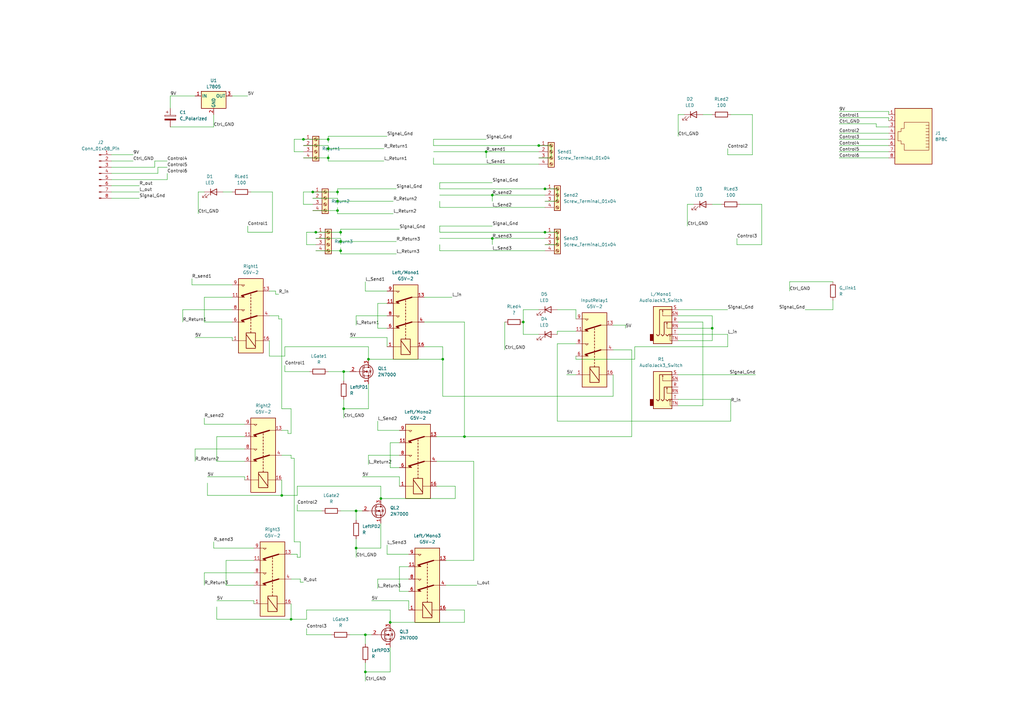
<source format=kicad_sch>
(kicad_sch (version 20230121) (generator eeschema)
  (paper "A3")
  (lib_symbols
    (symbol "Connector:8P8C" (pin_names (offset 1.016))
      (property "Reference" "J" (at -5.08 13.97 0))
      (property "Value" "8P8C" (at 2.54 13.97 0))
      (symbol "8P8C_0_1"
        (polyline (pts (xy -5.08 4.445) (xy -6.35 4.445)))
        (polyline (pts (xy -5.08 5.715) (xy -6.35 5.715)))
        (polyline (pts (xy -6.35 -3.175) (xy -5.08 -3.175) (xy -5.08 -3.175)))
        (polyline (pts (xy -6.35 -1.905) (xy -5.08 -1.905) (xy -5.08 -1.905)))
        (polyline (pts (xy -6.35 -0.635) (xy -5.08 -0.635) (xy -5.08 -0.635)))
        (polyline (pts (xy -6.35 0.635) (xy -5.08 0.635) (xy -5.08 0.635)))
        (polyline (pts (xy -6.35 1.905) (xy -5.08 1.905) (xy -5.08 1.905)))
        (polyline (pts (xy -5.08 3.175) (xy -6.35 3.175) (xy -6.35 3.175)))
        (polyline (pts (xy -6.35 -4.445) (xy -6.35 6.985) (xy 3.81 6.985) (xy 3.81 4.445) (xy 5.08 4.445) (xy 5.08 3.175) (xy 6.35 3.175) (xy 6.35 -0.635) (xy 5.08 -0.635) (xy 5.08 -1.905) (xy 3.81 -1.905) (xy 3.81 -4.445) (xy -6.35 -4.445) (xy -6.35 -4.445)))
        (rectangle (start 7.62 12.7) (end -7.62 -10.16) (stroke (width 0.254)) (fill (type background)))
      )
      (symbol "8P8C_1_1"
        (pin passive line (at 10.16 -7.62 180) (length 2.54) (name "~") (number "1"))
        (pin passive line (at 10.16 -5.08 180) (length 2.54) (name "~") (number "2"))
        (pin passive line (at 10.16 -2.54 180) (length 2.54) (name "~") (number "3"))
        (pin passive line (at 10.16 0 180) (length 2.54) (name "~") (number "4"))
        (pin passive line (at 10.16 2.54 180) (length 2.54) (name "~") (number "5"))
        (pin passive line (at 10.16 5.08 180) (length 2.54) (name "~") (number "6"))
        (pin passive line (at 10.16 7.62 180) (length 2.54) (name "~") (number "7"))
        (pin passive line (at 10.16 10.16 180) (length 2.54) (name "~") (number "8"))
      )
    )
    (symbol "Connector:Conn_01x08_Pin" (pin_names (offset 1.016) hide)
      (property "Reference" "J" (at 0 10.16 0))
      (property "Value" "Conn_01x08_Pin" (at 0 -12.7 0))
      (symbol "Conn_01x08_Pin_1_1"
        (polyline (pts (xy 1.27 -10.16) (xy 0.8636 -10.16)) (stroke (width 0.1524)))
        (polyline (pts (xy 1.27 -7.62) (xy 0.8636 -7.62)) (stroke (width 0.1524)))
        (polyline (pts (xy 1.27 -5.08) (xy 0.8636 -5.08)) (stroke (width 0.1524)))
        (polyline (pts (xy 1.27 -2.54) (xy 0.8636 -2.54)) (stroke (width 0.1524)))
        (polyline (pts (xy 1.27 0) (xy 0.8636 0)) (stroke (width 0.1524)))
        (polyline (pts (xy 1.27 2.54) (xy 0.8636 2.54)) (stroke (width 0.1524)))
        (polyline (pts (xy 1.27 5.08) (xy 0.8636 5.08)) (stroke (width 0.1524)))
        (polyline (pts (xy 1.27 7.62) (xy 0.8636 7.62)) (stroke (width 0.1524)))
        (rectangle (start 0.8636 -10.033) (end 0 -10.287) (stroke (width 0.1524)) (fill (type outline)))
        (rectangle (start 0.8636 -7.493) (end 0 -7.747) (stroke (width 0.1524)) (fill (type outline)))
        (rectangle (start 0.8636 -4.953) (end 0 -5.207) (stroke (width 0.1524)) (fill (type outline)))
        (rectangle (start 0.8636 -2.413) (end 0 -2.667) (stroke (width 0.1524)) (fill (type outline)))
        (rectangle (start 0.8636 0.127) (end 0 -0.127) (stroke (width 0.1524)) (fill (type outline)))
        (rectangle (start 0.8636 2.667) (end 0 2.413) (stroke (width 0.1524)) (fill (type outline)))
        (rectangle (start 0.8636 5.207) (end 0 4.953) (stroke (width 0.1524)) (fill (type outline)))
        (rectangle (start 0.8636 7.747) (end 0 7.493) (stroke (width 0.1524)) (fill (type outline)))
        (pin passive line (at 5.08 7.62 180) (length 3.81) (name "Pin_1") (number "1"))
        (pin passive line (at 5.08 5.08 180) (length 3.81) (name "Pin_2") (number "2"))
        (pin passive line (at 5.08 2.54 180) (length 3.81) (name "Pin_3") (number "3"))
        (pin passive line (at 5.08 0 180) (length 3.81) (name "Pin_4") (number "4"))
        (pin passive line (at 5.08 -2.54 180) (length 3.81) (name "Pin_5") (number "5"))
        (pin passive line (at 5.08 -5.08 180) (length 3.81) (name "Pin_6") (number "6"))
        (pin passive line (at 5.08 -7.62 180) (length 3.81) (name "Pin_7") (number "7"))
        (pin passive line (at 5.08 -10.16 180) (length 3.81) (name "Pin_8") (number "8"))
      )
    )
    (symbol "Connector:Screw_Terminal_01x04" (pin_names (offset 1.016) hide)
      (property "Reference" "J" (at 0 5.08 0))
      (property "Value" "Screw_Terminal_01x04" (at 0 -7.62 0))
      (symbol "Screw_Terminal_01x04_1_1"
        (rectangle (start -1.27 3.81) (end 1.27 -6.35) (stroke (width 0.254)) (fill (type background)))
        (circle (center 0 -5.08) (radius 0.635) (stroke (width 0.1524)))
        (circle (center 0 -2.54) (radius 0.635) (stroke (width 0.1524)))
        (polyline (pts (xy -0.5334 -4.7498) (xy 0.3302 -5.588)) (stroke (width 0.1524)))
        (polyline (pts (xy -0.5334 -2.2098) (xy 0.3302 -3.048)) (stroke (width 0.1524)))
        (polyline (pts (xy -0.5334 0.3302) (xy 0.3302 -0.508)) (stroke (width 0.1524)))
        (polyline (pts (xy -0.5334 2.8702) (xy 0.3302 2.032)) (stroke (width 0.1524)))
        (polyline (pts (xy -0.3556 -4.572) (xy 0.508 -5.4102)) (stroke (width 0.1524)))
        (polyline (pts (xy -0.3556 -2.032) (xy 0.508 -2.8702)) (stroke (width 0.1524)))
        (polyline (pts (xy -0.3556 0.508) (xy 0.508 -0.3302)) (stroke (width 0.1524)))
        (polyline (pts (xy -0.3556 3.048) (xy 0.508 2.2098)) (stroke (width 0.1524)))
        (circle (center 0 0) (radius 0.635) (stroke (width 0.1524)))
        (circle (center 0 2.54) (radius 0.635) (stroke (width 0.1524)))
        (pin passive line (at -5.08 2.54 0) (length 3.81) (name "Pin_1") (number "1"))
        (pin passive line (at -5.08 0 0) (length 3.81) (name "Pin_2") (number "2"))
        (pin passive line (at -5.08 -2.54 0) (length 3.81) (name "Pin_3") (number "3"))
        (pin passive line (at -5.08 -5.08 0) (length 3.81) (name "Pin_4") (number "4"))
      )
    )
    (symbol "Connector_Audio:AudioJack3_Switch"
      (property "Reference" "J" (at 0 11.43 0))
      (property "Value" "AudioJack3_Switch" (at 0 8.89 0))
      (symbol "AudioJack3_Switch_0_1"
        (rectangle (start -5.08 -5.08) (end -6.35 -7.62) (stroke (width 0.254)) (fill (type outline)))
        (polyline (pts (xy -1.27 4.826) (xy -1.016 4.318)))
        (polyline (pts (xy 0.508 -0.254) (xy 0.762 -0.762)))
        (polyline (pts (xy 1.778 -5.334) (xy 2.032 -5.842)))
        (polyline (pts (xy 0 -5.08) (xy 0.635 -5.715) (xy 1.27 -5.08) (xy 2.54 -5.08)) (stroke (width 0.254)))
        (polyline (pts (xy 2.54 -7.62) (xy 1.778 -7.62) (xy 1.778 -5.334) (xy 1.524 -5.842)))
        (polyline (pts (xy 2.54 -2.54) (xy 0.508 -2.54) (xy 0.508 -0.254) (xy 0.254 -0.762)))
        (polyline (pts (xy 2.54 2.54) (xy -1.27 2.54) (xy -1.27 4.826) (xy -1.524 4.318)))
        (polyline (pts (xy -1.905 -5.08) (xy -1.27 -5.715) (xy -0.635 -5.08) (xy -0.635 0) (xy 2.54 0)) (stroke (width 0.254)))
        (polyline (pts (xy 2.54 5.08) (xy -2.54 5.08) (xy -2.54 -5.08) (xy -3.175 -5.715) (xy -3.81 -5.08)) (stroke (width 0.254)))
        (rectangle (start 2.54 6.35) (end -5.08 -8.89) (stroke (width 0.254)) (fill (type background)))
      )
      (symbol "AudioJack3_Switch_1_1"
        (pin passive line (at 5.08 0 180) (length 2.54) (name "~") (number "R"))
        (pin passive line (at 5.08 -2.54 180) (length 2.54) (name "~") (number "RN"))
        (pin passive line (at 5.08 5.08 180) (length 2.54) (name "~") (number "S"))
        (pin passive line (at 5.08 2.54 180) (length 2.54) (name "~") (number "SN"))
        (pin passive line (at 5.08 -5.08 180) (length 2.54) (name "~") (number "T"))
        (pin passive line (at 5.08 -7.62 180) (length 2.54) (name "~") (number "TN"))
      )
    )
    (symbol "Device:C_Polarized" (pin_numbers hide) (pin_names (offset 0.254))
      (property "Reference" "C" (at 0.635 2.54 0))
      (property "Value" "C_Polarized" (at 0.635 -2.54 0))
      (symbol "C_Polarized_0_1"
        (rectangle (start -2.286 0.508) (end 2.286 1.016))
        (polyline (pts (xy -1.778 2.286) (xy -0.762 2.286)))
        (polyline (pts (xy -1.27 2.794) (xy -1.27 1.778)))
        (rectangle (start 2.286 -0.508) (end -2.286 -1.016) (fill (type outline)))
      )
      (symbol "C_Polarized_1_1"
        (pin passive line (at 0 3.81 270) (length 2.794) (name "~") (number "1"))
        (pin passive line (at 0 -3.81 90) (length 2.794) (name "~") (number "2"))
      )
    )
    (symbol "Device:LED" (pin_numbers hide) (pin_names (offset 1.016) hide)
      (property "Reference" "D" (at 0 2.54 0))
      (property "Value" "LED" (at 0 -2.54 0))
      (symbol "LED_0_1"
        (polyline (pts (xy -1.27 -1.27) (xy -1.27 1.27)) (stroke (width 0.254)))
        (polyline (pts (xy -1.27 0) (xy 1.27 0)))
        (polyline (pts (xy 1.27 -1.27) (xy 1.27 1.27) (xy -1.27 0) (xy 1.27 -1.27)) (stroke (width 0.254)))
        (polyline (pts (xy -3.048 -0.762) (xy -4.572 -2.286) (xy -3.81 -2.286) (xy -4.572 -2.286) (xy -4.572 -1.524)))
        (polyline (pts (xy -1.778 -0.762) (xy -3.302 -2.286) (xy -2.54 -2.286) (xy -3.302 -2.286) (xy -3.302 -1.524)))
      )
      (symbol "LED_1_1"
        (pin passive line (at -3.81 0 0) (length 2.54) (name "K") (number "1"))
        (pin passive line (at 3.81 0 180) (length 2.54) (name "A") (number "2"))
      )
    )
    (symbol "Device:R" (pin_numbers hide) (pin_names (offset 0))
      (property "Reference" "R" (at 2.032 0 90))
      (property "Value" "R" (at 0 0 90))
      (symbol "R_0_1"
        (rectangle (start -1.016 -2.54) (end 1.016 2.54) (stroke (width 0.254)))
      )
      (symbol "R_1_1"
        (pin passive line (at 0 3.81 270) (length 1.27) (name "~") (number "1"))
        (pin passive line (at 0 -3.81 90) (length 1.27) (name "~") (number "2"))
      )
    )
    (symbol "Regulator_Linear:L7805" (pin_names (offset 0.254))
      (property "Reference" "U" (at -3.81 3.175 0))
      (property "Value" "L7805" (at 0 3.175 0))
      (symbol "L7805_0_1"
        (rectangle (start -5.08 1.905) (end 5.08 -5.08) (stroke (width 0.254)) (fill (type background)))
      )
      (symbol "L7805_1_1"
        (pin power_in line (at -7.62 0 0) (length 2.54) (name "IN") (number "1"))
        (pin power_in line (at 0 -7.62 90) (length 2.54) (name "GND") (number "2"))
        (pin power_out line (at 7.62 0 180) (length 2.54) (name "OUT") (number "3"))
      )
    )
    (symbol "Relay:G5V-2"
      (property "Reference" "K" (at 16.51 3.81 0))
      (property "Value" "G5V-2" (at 16.51 1.27 0))
      (symbol "G5V-2_0_1"
        (rectangle (start -15.24 5.08) (end 15.24 -5.08) (stroke (width 0.254)) (fill (type background)))
        (rectangle (start -13.335 1.905) (end -6.985 -1.905) (stroke (width 0.254)))
        (polyline (pts (xy -12.7 -1.905) (xy -7.62 1.905)) (stroke (width 0.254)))
        (polyline (pts (xy -10.16 -5.08) (xy -10.16 -1.905)))
        (polyline (pts (xy -10.16 5.08) (xy -10.16 1.905)))
        (polyline (pts (xy -6.985 0) (xy -6.35 0)) (stroke (width 0.254)))
        (polyline (pts (xy -5.715 0) (xy -5.08 0)) (stroke (width 0.254)))
        (polyline (pts (xy -4.445 0) (xy -3.81 0)) (stroke (width 0.254)))
        (polyline (pts (xy -3.175 0) (xy -2.54 0)) (stroke (width 0.254)))
        (polyline (pts (xy -1.905 0) (xy -1.27 0)) (stroke (width 0.254)))
        (polyline (pts (xy -0.635 0) (xy 0 0)) (stroke (width 0.254)))
        (polyline (pts (xy 0 -2.54) (xy -1.905 3.81)) (stroke (width 0.508)))
        (polyline (pts (xy 0 -2.54) (xy 0 -5.08)))
        (polyline (pts (xy 0.635 0) (xy 1.27 0)) (stroke (width 0.254)))
        (polyline (pts (xy 1.905 0) (xy 2.54 0)) (stroke (width 0.254)))
        (polyline (pts (xy 3.175 0) (xy 3.81 0)) (stroke (width 0.254)))
        (polyline (pts (xy 4.445 0) (xy 5.08 0)) (stroke (width 0.254)))
        (polyline (pts (xy 5.715 0) (xy 6.35 0)) (stroke (width 0.254)))
        (polyline (pts (xy 6.985 0) (xy 7.62 0)) (stroke (width 0.254)))
        (polyline (pts (xy 8.255 0) (xy 8.89 0)) (stroke (width 0.254)))
        (polyline (pts (xy 10.16 -2.54) (xy 8.255 3.81)) (stroke (width 0.508)))
        (polyline (pts (xy 10.16 -2.54) (xy 10.16 -5.08)))
        (polyline (pts (xy -2.54 5.08) (xy -2.54 2.54) (xy -1.905 3.175) (xy -2.54 3.81)) (fill (type outline)))
        (polyline (pts (xy 2.54 5.08) (xy 2.54 2.54) (xy 1.905 3.175) (xy 2.54 3.81)))
        (polyline (pts (xy 7.62 5.08) (xy 7.62 2.54) (xy 8.255 3.175) (xy 7.62 3.81)) (fill (type outline)))
        (polyline (pts (xy 12.7 5.08) (xy 12.7 2.54) (xy 12.065 3.175) (xy 12.7 3.81)))
      )
      (symbol "G5V-2_1_1"
        (pin passive line (at -10.16 7.62 270) (length 2.54) (name "~") (number "1"))
        (pin passive line (at 7.62 7.62 270) (length 2.54) (name "~") (number "11"))
        (pin passive line (at 10.16 -7.62 90) (length 2.54) (name "~") (number "13"))
        (pin passive line (at -10.16 -7.62 90) (length 2.54) (name "~") (number "16"))
        (pin passive line (at 0 -7.62 90) (length 2.54) (name "~") (number "4"))
        (pin passive line (at -2.54 7.62 270) (length 2.54) (name "~") (number "6"))
        (pin passive line (at 2.54 7.62 270) (length 2.54) (name "~") (number "8"))
        (pin passive line (at 12.7 7.62 270) (length 2.54) (name "~") (number "9"))
      )
    )
    (symbol "Transistor_FET:2N7000" (pin_names hide)
      (property "Reference" "Q" (at 5.08 1.905 0))
      (property "Value" "2N7000" (at 5.08 0 0))
      (symbol "2N7000_0_1"
        (polyline (pts (xy 0.254 0) (xy -2.54 0)))
        (polyline (pts (xy 0.254 1.905) (xy 0.254 -1.905)) (stroke (width 0.254)))
        (polyline (pts (xy 0.762 -1.27) (xy 0.762 -2.286)) (stroke (width 0.254)))
        (polyline (pts (xy 0.762 0.508) (xy 0.762 -0.508)) (stroke (width 0.254)))
        (polyline (pts (xy 0.762 2.286) (xy 0.762 1.27)) (stroke (width 0.254)))
        (polyline (pts (xy 2.54 2.54) (xy 2.54 1.778)))
        (polyline (pts (xy 2.54 -2.54) (xy 2.54 0) (xy 0.762 0)))
        (polyline (pts (xy 0.762 -1.778) (xy 3.302 -1.778) (xy 3.302 1.778) (xy 0.762 1.778)))
        (polyline (pts (xy 1.016 0) (xy 2.032 0.381) (xy 2.032 -0.381) (xy 1.016 0)) (fill (type outline)))
        (polyline (pts (xy 2.794 0.508) (xy 2.921 0.381) (xy 3.683 0.381) (xy 3.81 0.254)))
        (polyline (pts (xy 3.302 0.381) (xy 2.921 -0.254) (xy 3.683 -0.254) (xy 3.302 0.381)))
        (circle (center 1.651 0) (radius 2.794) (stroke (width 0.254)))
        (circle (center 2.54 -1.778) (radius 0.254) (fill (type outline)))
        (circle (center 2.54 1.778) (radius 0.254) (fill (type outline)))
      )
      (symbol "2N7000_1_1"
        (pin passive line (at 2.54 -5.08 90) (length 2.54) (name "S") (number "1"))
        (pin input line (at -5.08 0 0) (length 2.54) (name "G") (number "2"))
        (pin passive line (at 2.54 5.08 270) (length 2.54) (name "D") (number "3"))
      )
    )
  )
  (junction (at 151.13 147.32))
  (junction (at 220.98 59.69))
  (junction (at 138.43 86.36))
  (junction (at 199.39 62.23))
  (junction (at 139.7 95.25))
  (junction (at 223.52 95.25))
  (junction (at 115.57 203.2))
  (junction (at 139.7 99.06))
  (junction (at 138.43 78.74))
  (junction (at 124.46 57.15))
  (junction (at 128.27 78.74))
  (junction (at 160.02 255.27))
  (junction (at 292.1 134.62))
  (junction (at 181.61 147.32))
  (junction (at 134.62 64.77))
  (junction (at 129.54 95.25))
  (junction (at 119.38 254))
  (junction (at 149.86 275.59))
  (junction (at 140.97 152.4))
  (junction (at 139.7 102.87))
  (junction (at 134.62 57.15))
  (junction (at 146.05 224.79))
  (junction (at 138.43 82.55))
  (junction (at 201.93 80.01))
  (junction (at 140.97 167.64))
  (junction (at 190.5 179.07))
  (junction (at 223.52 77.47))
  (junction (at 134.62 60.96))
  (junction (at 149.86 260.35))
  (junction (at 156.21 204.47))
  (junction (at 201.93 97.79))
  (junction (at 146.05 209.55))
  (junction (at 214.63 132.08))
  (wire (pts (xy 359.41 52.07) (xy 364.49 52.07)))
  (wire (pts (xy 134.62 55.88) (xy 158.75 55.88)))
  (wire (pts (xy 154.94 241.3) (xy 154.94 237.49)))
  (wire (pts (xy 156.21 204.47) (xy 156.21 199.39)))
  (wire (pts (xy 101.6 95.25) (xy 111.76 95.25)))
  (wire (pts (xy 138.43 78.74) (xy 128.27 78.74)))
  (wire (pts (xy 302.26 97.79) (xy 302.26 100.33)))
  (wire (pts (xy 140.97 152.4) (xy 140.97 156.21)))
  (wire (pts (xy 256.54 133.35) (xy 256.54 134.62)))
  (wire (pts (xy 116.84 152.4) (xy 127 152.4)))
  (wire (pts (xy 182.88 240.03) (xy 195.58 240.03)))
  (wire (pts (xy 292.1 139.7) (xy 292.1 134.62)))
  (wire (pts (xy 83.82 234.95) (xy 104.14 234.95)))
  (wire (pts (xy 125.73 250.19) (xy 125.73 254)))
  (wire (pts (xy 146.05 209.55) (xy 148.59 209.55)))
  (wire (pts (xy 236.22 147.32) (xy 260.35 147.32)))
  (wire (pts (xy 344.17 59.69) (xy 364.49 59.69)))
  (wire (pts (xy 139.7 102.87) (xy 139.7 104.14)))
  (wire (pts (xy 113.03 119.38) (xy 113.03 120.65)))
  (wire (pts (xy 154.94 237.49) (xy 167.64 237.49)))
  (wire (pts (xy 299.72 46.99) (xy 308.61 46.99)))
  (wire (pts (xy 223.52 82.55) (xy 228.6 82.55)))
  (wire (pts (xy 154.94 124.46) (xy 158.75 124.46)))
  (wire (pts (xy 68.58 73.66) (xy 68.58 71.12)))
  (wire (pts (xy 143.51 138.43) (xy 158.75 138.43)))
  (wire (pts (xy 119.38 186.69) (xy 119.38 187.96)))
  (wire (pts (xy 69.85 39.37) (xy 69.85 44.45)))
  (wire (pts (xy 116.84 149.86) (xy 116.84 152.4)))
  (wire (pts (xy 83.82 78.74) (xy 81.28 78.74)))
  (wire (pts (xy 251.46 143.51) (xy 259.08 143.51)))
  (wire (pts (xy 120.65 222.25) (xy 123.19 222.25)))
  (wire (pts (xy 139.7 93.98) (xy 139.7 95.25)))
  (wire (pts (xy 139.7 104.14) (xy 162.56 104.14)))
  (wire (pts (xy 228.6 172.72) (xy 299.72 172.72)))
  (wire (pts (xy 163.83 232.41) (xy 167.64 232.41)))
  (wire (pts (xy 139.7 95.25) (xy 129.54 95.25)))
  (wire (pts (xy 292.1 83.82) (xy 295.91 83.82)))
  (wire (pts (xy 284.48 83.82) (xy 281.94 83.82)))
  (wire (pts (xy 124.46 59.69) (xy 134.62 59.69)))
  (wire (pts (xy 228.6 77.47) (xy 228.6 82.55)))
  (wire (pts (xy 104.14 224.79) (xy 87.63 224.79)))
  (wire (pts (xy 177.8 67.31) (xy 177.8 64.77)))
  (wire (pts (xy 160.02 191.77) (xy 160.02 181.61)))
  (wire (pts (xy 180.34 102.87) (xy 180.34 100.33)))
  (wire (pts (xy 124.46 83.82) (xy 124.46 78.74)))
  (wire (pts (xy 190.5 255.27) (xy 190.5 250.19)))
  (wire (pts (xy 298.45 142.24) (xy 298.45 137.16)))
  (wire (pts (xy 278.13 46.99) (xy 278.13 55.88)))
  (wire (pts (xy 138.43 77.47) (xy 162.56 77.47)))
  (wire (pts (xy 160.02 265.43) (xy 160.02 275.59)))
  (wire (pts (xy 292.1 134.62) (xy 292.1 129.54)))
  (wire (pts (xy 190.5 179.07) (xy 190.5 132.08)))
  (wire (pts (xy 121.92 209.55) (xy 132.08 209.55)))
  (wire (pts (xy 138.43 82.55) (xy 161.29 82.55)))
  (wire (pts (xy 45.72 63.5) (xy 54.61 63.5)))
  (wire (pts (xy 154.94 176.53) (xy 154.94 172.72)))
  (wire (pts (xy 121.92 207.01) (xy 121.92 209.55)))
  (wire (pts (xy 134.62 63.5) (xy 134.62 64.77)))
  (wire (pts (xy 138.43 78.74) (xy 138.43 80.01)))
  (wire (pts (xy 146.05 133.35) (xy 146.05 129.54)))
  (wire (pts (xy 116.84 142.24) (xy 116.84 146.05)))
  (wire (pts (xy 83.82 173.99) (xy 83.82 171.45)))
  (wire (pts (xy 134.62 59.69) (xy 134.62 60.96)))
  (wire (pts (xy 182.88 250.19) (xy 190.5 250.19)))
  (wire (pts (xy 114.3 129.54) (xy 114.3 130.81)))
  (wire (pts (xy 299.72 163.83) (xy 299.72 172.72)))
  (wire (pts (xy 223.52 77.47) (xy 228.6 77.47)))
  (wire (pts (xy 228.6 95.25) (xy 228.6 100.33)))
  (wire (pts (xy 292.1 129.54) (xy 278.13 129.54)))
  (wire (pts (xy 228.6 135.89) (xy 236.22 135.89)))
  (wire (pts (xy 152.4 246.38) (xy 167.64 246.38)))
  (wire (pts (xy 88.9 254) (xy 119.38 254)))
  (wire (pts (xy 220.98 137.16) (xy 214.63 137.16)))
  (wire (pts (xy 81.28 78.74) (xy 81.28 87.63)))
  (wire (pts (xy 125.73 257.81) (xy 125.73 260.35)))
  (wire (pts (xy 140.97 167.64) (xy 140.97 171.45)))
  (wire (pts (xy 134.62 60.96) (xy 157.48 60.96)))
  (wire (pts (xy 121.92 203.2) (xy 115.57 203.2)))
  (wire (pts (xy 180.34 92.71) (xy 180.34 95.25)))
  (wire (pts (xy 323.85 119.38) (xy 323.85 115.57)))
  (wire (pts (xy 101.6 92.71) (xy 101.6 95.25)))
  (wire (pts (xy 251.46 153.67) (xy 251.46 162.56)))
  (wire (pts (xy 138.43 83.82) (xy 138.43 82.55)))
  (wire (pts (xy 163.83 242.57) (xy 163.83 232.41)))
  (wire (pts (xy 74.93 132.08) (xy 74.93 127)))
  (wire (pts (xy 228.6 172.72) (xy 228.6 140.97)))
  (wire (pts (xy 138.43 86.36) (xy 128.27 86.36)))
  (wire (pts (xy 278.13 127) (xy 298.45 127)))
  (wire (pts (xy 199.39 64.77) (xy 199.39 62.23)))
  (wire (pts (xy 151.13 147.32) (xy 151.13 142.24)))
  (wire (pts (xy 180.34 85.09) (xy 223.52 85.09)))
  (wire (pts (xy 298.45 60.96) (xy 298.45 63.5)))
  (wire (pts (xy 134.62 64.77) (xy 134.62 66.04)))
  (wire (pts (xy 148.59 195.58) (xy 163.83 195.58)))
  (wire (pts (xy 95.25 132.08) (xy 83.82 132.08)))
  (wire (pts (xy 173.99 132.08) (xy 190.5 132.08)))
  (wire (pts (xy 138.43 87.63) (xy 161.29 87.63)))
  (wire (pts (xy 114.3 130.81) (xy 115.57 130.81)))
  (wire (pts (xy 134.62 62.23) (xy 134.62 60.96)))
  (wire (pts (xy 119.38 237.49) (xy 123.19 237.49)))
  (wire (pts (xy 344.17 57.15) (xy 364.49 57.15)))
  (wire (pts (xy 78.74 116.84) (xy 78.74 114.3)))
  (wire (pts (xy 120.65 57.15) (xy 124.46 57.15)))
  (wire (pts (xy 74.93 127) (xy 95.25 127)))
  (wire (pts (xy 110.49 129.54) (xy 114.3 129.54)))
  (wire (pts (xy 95.25 39.37) (xy 101.6 39.37)))
  (wire (pts (xy 173.99 142.24) (xy 181.61 142.24)))
  (wire (pts (xy 179.07 199.39) (xy 186.69 199.39)))
  (wire (pts (xy 160.02 181.61) (xy 163.83 181.61)))
  (wire (pts (xy 121.92 227.33) (xy 121.92 228.6)))
  (wire (pts (xy 110.49 119.38) (xy 113.03 119.38)))
  (wire (pts (xy 259.08 143.51) (xy 259.08 179.07)))
  (wire (pts (xy 88.9 189.23) (xy 88.9 179.07)))
  (wire (pts (xy 278.13 137.16) (xy 298.45 137.16)))
  (wire (pts (xy 91.44 78.74) (xy 95.25 78.74)))
  (wire (pts (xy 207.01 132.08) (xy 207.01 143.51)))
  (wire (pts (xy 156.21 214.63) (xy 156.21 224.79)))
  (wire (pts (xy 259.08 179.07) (xy 190.5 179.07)))
  (wire (pts (xy 341.63 127) (xy 341.63 123.19)))
  (wire (pts (xy 45.72 73.66) (xy 68.58 73.66)))
  (wire (pts (xy 160.02 255.27) (xy 190.5 255.27)))
  (wire (pts (xy 128.27 83.82) (xy 124.46 83.82)))
  (wire (pts (xy 330.2 127) (xy 341.63 127)))
  (wire (pts (xy 260.35 142.24) (xy 298.45 142.24)))
  (wire (pts (xy 80.01 189.23) (xy 80.01 184.15)))
  (wire (pts (xy 129.54 100.33) (xy 125.73 100.33)))
  (wire (pts (xy 138.43 85.09) (xy 138.43 86.36)))
  (wire (pts (xy 201.93 100.33) (xy 201.93 97.79)))
  (wire (pts (xy 163.83 191.77) (xy 160.02 191.77)))
  (wire (pts (xy 111.76 95.25) (xy 111.76 78.74)))
  (wire (pts (xy 134.62 152.4) (xy 140.97 152.4)))
  (wire (pts (xy 45.72 71.12) (xy 64.77 71.12)))
  (wire (pts (xy 163.83 195.58) (xy 163.83 199.39)))
  (wire (pts (xy 102.87 78.74) (xy 111.76 78.74)))
  (wire (pts (xy 139.7 101.6) (xy 139.7 102.87)))
  (wire (pts (xy 125.73 95.25) (xy 129.54 95.25)))
  (wire (pts (xy 179.07 179.07) (xy 190.5 179.07)))
  (wire (pts (xy 177.8 57.15) (xy 199.39 57.15)))
  (wire (pts (xy 118.11 176.53) (xy 118.11 177.8)))
  (wire (pts (xy 186.69 204.47) (xy 186.69 199.39)))
  (wire (pts (xy 344.17 50.8) (xy 359.41 50.8)))
  (wire (pts (xy 151.13 147.32) (xy 181.61 147.32)))
  (wire (pts (xy 95.25 138.43) (xy 95.25 139.7)))
  (wire (pts (xy 139.7 209.55) (xy 146.05 209.55)))
  (wire (pts (xy 154.94 134.62) (xy 154.94 124.46)))
  (wire (pts (xy 139.7 95.25) (xy 139.7 96.52)))
  (wire (pts (xy 214.63 132.08) (xy 214.63 127)))
  (wire (pts (xy 139.7 97.79) (xy 139.7 99.06)))
  (wire (pts (xy 140.97 152.4) (xy 143.51 152.4)))
  (wire (pts (xy 220.98 64.77) (xy 226.06 64.77)))
  (wire (pts (xy 223.52 95.25) (xy 228.6 95.25)))
  (wire (pts (xy 146.05 220.98) (xy 146.05 224.79)))
  (wire (pts (xy 88.9 179.07) (xy 100.33 179.07)))
  (wire (pts (xy 181.61 162.56) (xy 181.61 147.32)))
  (wire (pts (xy 45.72 66.04) (xy 54.61 66.04)))
  (wire (pts (xy 83.82 240.03) (xy 83.82 234.95)))
  (wire (pts (xy 167.64 227.33) (xy 158.75 227.33)))
  (wire (pts (xy 100.33 195.58) (xy 100.33 196.85)))
  (wire (pts (xy 364.49 48.26) (xy 364.49 49.53)))
  (wire (pts (xy 125.73 254) (xy 119.38 254)))
  (wire (pts (xy 288.29 166.37) (xy 278.13 166.37)))
  (wire (pts (xy 123.19 238.76) (xy 124.46 238.76)))
  (wire (pts (xy 149.86 260.35) (xy 149.86 264.16)))
  (wire (pts (xy 146.05 209.55) (xy 146.05 213.36)))
  (wire (pts (xy 139.7 93.98) (xy 163.83 93.98)))
  (wire (pts (xy 45.72 78.74) (xy 57.15 78.74)))
  (wire (pts (xy 116.84 142.24) (xy 151.13 142.24)))
  (wire (pts (xy 323.85 115.57) (xy 341.63 115.57)))
  (wire (pts (xy 251.46 162.56) (xy 181.61 162.56)))
  (wire (pts (xy 121.92 199.39) (xy 121.92 203.2)))
  (wire (pts (xy 156.21 224.79) (xy 146.05 224.79)))
  (wire (pts (xy 119.38 167.64) (xy 119.38 177.8)))
  (wire (pts (xy 302.26 100.33) (xy 312.42 100.33)))
  (wire (pts (xy 88.9 254) (xy 88.9 248.92)))
  (wire (pts (xy 344.17 62.23) (xy 364.49 62.23)))
  (wire (pts (xy 151.13 167.64) (xy 140.97 167.64)))
  (wire (pts (xy 278.13 139.7) (xy 292.1 139.7)))
  (wire (pts (xy 280.67 46.99) (xy 278.13 46.99)))
  (wire (pts (xy 100.33 189.23) (xy 88.9 189.23)))
  (wire (pts (xy 364.49 45.72) (xy 364.49 46.99)))
  (wire (pts (xy 359.41 50.8) (xy 359.41 52.07)))
  (wire (pts (xy 115.57 186.69) (xy 119.38 186.69)))
  (wire (pts (xy 180.34 77.47) (xy 223.52 77.47)))
  (wire (pts (xy 151.13 190.5) (xy 151.13 186.69)))
  (wire (pts (xy 180.34 92.71) (xy 201.93 92.71)))
  (wire (pts (xy 125.73 260.35) (xy 135.89 260.35)))
  (wire (pts (xy 124.46 62.23) (xy 120.65 62.23)))
  (wire (pts (xy 226.06 59.69) (xy 226.06 64.77)))
  (wire (pts (xy 123.19 237.49) (xy 123.19 238.76)))
  (wire (pts (xy 138.43 81.28) (xy 138.43 82.55)))
  (wire (pts (xy 87.63 46.99) (xy 87.63 52.07)))
  (wire (pts (xy 80.01 184.15) (xy 100.33 184.15)))
  (wire (pts (xy 143.51 260.35) (xy 149.86 260.35)))
  (wire (pts (xy 180.34 74.93) (xy 180.34 77.47)))
  (wire (pts (xy 85.09 203.2) (xy 115.57 203.2)))
  (wire (pts (xy 180.34 74.93) (xy 201.93 74.93)))
  (wire (pts (xy 128.27 81.28) (xy 138.43 81.28)))
  (wire (pts (xy 68.58 66.04) (xy 63.5 66.04)))
  (wire (pts (xy 83.82 132.08) (xy 83.82 121.92)))
  (wire (pts (xy 138.43 77.47) (xy 138.43 78.74)))
  (wire (pts (xy 134.62 57.15) (xy 124.46 57.15)))
  (wire (pts (xy 236.22 127) (xy 236.22 130.81)))
  (wire (pts (xy 344.17 45.72) (xy 364.49 45.72)))
  (wire (pts (xy 214.63 127) (xy 220.98 127)))
  (wire (pts (xy 92.71 240.03) (xy 92.71 229.87)))
  (wire (pts (xy 223.52 100.33) (xy 228.6 100.33)))
  (wire (pts (xy 160.02 275.59) (xy 149.86 275.59)))
  (wire (pts (xy 125.73 250.19) (xy 160.02 250.19)))
  (wire (pts (xy 167.64 246.38) (xy 167.64 250.19)))
  (wire (pts (xy 180.34 102.87) (xy 223.52 102.87)))
  (wire (pts (xy 232.41 153.67) (xy 236.22 153.67)))
  (wire (pts (xy 298.45 63.5) (xy 308.61 63.5)))
  (wire (pts (xy 228.6 140.97) (xy 236.22 140.97)))
  (wire (pts (xy 63.5 66.04) (xy 63.5 68.58)))
  (wire (pts (xy 115.57 176.53) (xy 118.11 176.53)))
  (wire (pts (xy 201.93 97.79) (xy 223.52 97.79)))
  (wire (pts (xy 149.86 275.59) (xy 149.86 279.4)))
  (wire (pts (xy 156.21 204.47) (xy 186.69 204.47)))
  (wire (pts (xy 201.93 82.55) (xy 201.93 80.01)))
  (wire (pts (xy 115.57 196.85) (xy 115.57 203.2)))
  (wire (pts (xy 236.22 146.05) (xy 236.22 147.32)))
  (wire (pts (xy 125.73 100.33) (xy 125.73 95.25)))
  (wire (pts (xy 80.01 138.43) (xy 95.25 138.43)))
  (wire (pts (xy 64.77 68.58) (xy 68.58 68.58)))
  (wire (pts (xy 121.92 199.39) (xy 156.21 199.39)))
  (wire (pts (xy 180.34 95.25) (xy 223.52 95.25)))
  (wire (pts (xy 201.93 80.01) (xy 223.52 80.01)))
  (wire (pts (xy 220.98 59.69) (xy 226.06 59.69)))
  (wire (pts (xy 134.62 57.15) (xy 134.62 58.42)))
  (wire (pts (xy 45.72 76.2) (xy 57.15 76.2)))
  (wire (pts (xy 146.05 224.79) (xy 146.05 228.6)))
  (wire (pts (xy 163.83 176.53) (xy 154.94 176.53)))
  (wire (pts (xy 177.8 62.23) (xy 199.39 62.23)))
  (wire (pts (xy 104.14 246.38) (xy 104.14 247.65)))
  (wire (pts (xy 278.13 134.62) (xy 292.1 134.62)))
  (wire (pts (xy 214.63 137.16) (xy 214.63 132.08)))
  (wire (pts (xy 177.8 67.31) (xy 220.98 67.31)))
  (wire (pts (xy 88.9 246.38) (xy 104.14 246.38)))
  (wire (pts (xy 129.54 97.79) (xy 139.7 97.79)))
  (wire (pts (xy 228.6 127) (xy 236.22 127)))
  (wire (pts (xy 104.14 240.03) (xy 92.71 240.03)))
  (wire (pts (xy 344.17 64.77) (xy 364.49 64.77)))
  (wire (pts (xy 278.13 163.83) (xy 299.72 163.83)))
  (wire (pts (xy 124.46 78.74) (xy 128.27 78.74)))
  (wire (pts (xy 344.17 54.61) (xy 364.49 54.61)))
  (wire (pts (xy 180.34 97.79) (xy 201.93 97.79)))
  (wire (pts (xy 87.63 224.79) (xy 87.63 222.25)))
  (wire (pts (xy 182.88 229.87) (xy 194.31 229.87)))
  (wire (pts (xy 303.53 83.82) (xy 312.42 83.82)))
  (wire (pts (xy 281.94 83.82) (xy 281.94 92.71)))
  (wire (pts (xy 119.38 187.96) (xy 120.65 187.96)))
  (wire (pts (xy 177.8 59.69) (xy 220.98 59.69)))
  (wire (pts (xy 92.71 229.87) (xy 104.14 229.87)))
  (wire (pts (xy 151.13 186.69) (xy 163.83 186.69)))
  (wire (pts (xy 158.75 119.38) (xy 149.86 119.38)))
  (wire (pts (xy 158.75 134.62) (xy 154.94 134.62)))
  (wire (pts (xy 140.97 163.83) (xy 140.97 167.64)))
  (wire (pts (xy 151.13 157.48) (xy 151.13 167.64)))
  (wire (pts (xy 228.6 137.16) (xy 228.6 135.89)))
  (wire (pts (xy 110.49 139.7) (xy 110.49 146.05)))
  (wire (pts (xy 134.62 64.77) (xy 124.46 64.77)))
  (wire (pts (xy 149.86 271.78) (xy 149.86 275.59)))
  (wire (pts (xy 181.61 147.32) (xy 181.61 142.24)))
  (wire (pts (xy 69.85 39.37) (xy 80.01 39.37)))
  (wire (pts (xy 120.65 62.23) (xy 120.65 57.15)))
  (wire (pts (xy 119.38 227.33) (xy 121.92 227.33)))
  (wire (pts (xy 158.75 138.43) (xy 158.75 142.24)))
  (wire (pts (xy 118.11 177.8) (xy 119.38 177.8)))
  (wire (pts (xy 139.7 99.06) (xy 162.56 99.06)))
  (wire (pts (xy 199.39 62.23) (xy 220.98 62.23)))
  (wire (pts (xy 260.35 147.32) (xy 260.35 142.24)))
  (wire (pts (xy 149.86 119.38) (xy 149.86 115.57)))
  (wire (pts (xy 45.72 81.28) (xy 57.15 81.28)))
  (wire (pts (xy 139.7 100.33) (xy 139.7 99.06)))
  (wire (pts (xy 116.84 146.05) (xy 110.49 146.05)))
  (wire (pts (xy 85.09 195.58) (xy 100.33 195.58)))
  (wire (pts (xy 138.43 86.36) (xy 138.43 87.63)))
  (wire (pts (xy 180.34 80.01) (xy 201.93 80.01)))
  (wire (pts (xy 308.61 63.5) (xy 308.61 46.99)))
  (wire (pts (xy 115.57 167.64) (xy 119.38 167.64)))
  (wire (pts (xy 95.25 116.84) (xy 78.74 116.84)))
  (wire (pts (xy 177.8 57.15) (xy 177.8 59.69)))
  (wire (pts (xy 63.5 68.58) (xy 45.72 68.58)))
  (wire (pts (xy 278.13 132.08) (xy 288.29 132.08)))
  (wire (pts (xy 123.19 222.25) (xy 123.19 228.6)))
  (wire (pts (xy 312.42 100.33) (xy 312.42 83.82)))
  (wire (pts (xy 160.02 255.27) (xy 160.02 250.19)))
  (wire (pts (xy 158.75 227.33) (xy 158.75 223.52)))
  (wire (pts (xy 119.38 247.65) (xy 119.38 254)))
  (wire (pts (xy 85.09 203.2) (xy 85.09 198.12)))
  (wire (pts (xy 134.62 55.88) (xy 134.62 57.15)))
  (wire (pts (xy 167.64 242.57) (xy 163.83 242.57)))
  (wire (pts (xy 179.07 189.23) (xy 194.31 189.23)))
  (wire (pts (xy 121.92 228.6) (xy 123.19 228.6)))
  (wire (pts (xy 83.82 121.92) (xy 95.25 121.92)))
  (wire (pts (xy 344.17 48.26) (xy 364.49 48.26)))
  (wire (pts (xy 288.29 46.99) (xy 292.1 46.99)))
  (wire (pts (xy 134.62 66.04) (xy 157.48 66.04)))
  (wire (pts (xy 120.65 187.96) (xy 120.65 222.25)))
  (wire (pts (xy 149.86 260.35) (xy 152.4 260.35)))
  (wire (pts (xy 180.34 85.09) (xy 180.34 82.55)))
  (wire (pts (xy 278.13 153.67) (xy 309.88 153.67)))
  (wire (pts (xy 173.99 121.92) (xy 185.42 121.92)))
  (wire (pts (xy 100.33 173.99) (xy 83.82 173.99)))
  (wire (pts (xy 115.57 130.81) (xy 115.57 167.64)))
  (wire (pts (xy 251.46 133.35) (xy 256.54 133.35)))
  (wire (pts (xy 194.31 229.87) (xy 194.31 189.23)))
  (wire (pts (xy 64.77 71.12) (xy 64.77 68.58)))
  (wire (pts (xy 69.85 52.07) (xy 87.63 52.07)))
  (wire (pts (xy 288.29 132.08) (xy 288.29 166.37)))
  (wire (pts (xy 139.7 102.87) (xy 129.54 102.87)))
  (wire (pts (xy 146.05 129.54) (xy 158.75 129.54)))
  (wire (pts (xy 113.03 120.65) (xy 114.3 120.65)))
  (label "Control3" (at 125.73 257.81 0))
  (label "5V" (at 101.6 39.37 0))
  (label "Ctrl_GND" (at 54.61 66.04 0))
  (label "R_Return2" (at 80.01 189.23 0))
  (label "L_Return1" (at 146.05 133.35 0))
  (label "R_Return1" (at 74.93 132.08 0))
  (label "Ctrl_GND" (at 146.05 228.6 0))
  (label "L_Return3" (at 162.56 104.14 0))
  (label "L_Send2" (at 201.93 85.09 0))
  (label "L_out" (at 195.58 240.03 0))
  (label "R_send1" (at 199.39 62.23 0))
  (label "5V" (at 85.09 195.58 0))
  (label "Ctrl_GND" (at 207.01 143.51 0))
  (label "Control2" (at 298.45 60.96 0))
  (label "Control5" (at 344.17 62.23 0))
  (label "R_out" (at 57.15 76.2 0))
  (label "Control1" (at 101.6 92.71 0))
  (label "Signal_Gnd" (at 199.39 57.15 0))
  (label "Signal_Gnd" (at 298.45 127 0))
  (label "Control3" (at 344.17 57.15 0))
  (label "R_send3" (at 87.63 222.25 0))
  (label "Ctrl_GND" (at 87.63 52.07 0))
  (label "5V" (at 143.51 138.43 0))
  (label "R_send3" (at 201.93 97.79 0))
  (label "Signal_Gnd" (at 162.56 77.47 0))
  (label "R_out" (at 124.46 238.76 0))
  (label "Ctrl_GND" (at 140.97 171.45 0))
  (label "R_send2" (at 83.82 171.45 0))
  (label "Signal_Gnd" (at 201.93 74.93 0))
  (label "L_Send3" (at 201.93 102.87 0))
  (label "9V" (at 54.61 63.5 0))
  (label "R_Return3" (at 162.56 99.06 0))
  (label "9V" (at 69.85 39.37 0))
  (label "Control6" (at 344.17 64.77 0))
  (label "Control3" (at 302.26 97.79 0))
  (label "Control2" (at 121.92 207.01 0))
  (label "L_Send2" (at 154.94 172.72 0))
  (label "5V" (at 148.59 195.58 0))
  (label "L_Return3" (at 154.94 241.3 0))
  (label "5V" (at 232.41 153.67 0))
  (label "5V" (at 80.01 138.43 0))
  (label "Control5" (at 68.58 68.58 0))
  (label "Signal_Gnd" (at 57.15 81.28 0))
  (label "Control4" (at 68.58 66.04 0))
  (label "Control1" (at 344.17 48.26 0))
  (label "R_send1" (at 78.74 114.3 0))
  (label "L_Return1" (at 157.48 66.04 0))
  (label "Ctrl_GND" (at 149.86 279.4 0))
  (label "Control2" (at 344.17 54.61 0))
  (label "Ctrl_GND" (at 81.28 87.63 0))
  (label "5V" (at 152.4 246.38 0))
  (label "L_in" (at 185.42 121.92 0))
  (label "Signal_Gnd" (at 163.83 93.98 0))
  (label "R_Return3" (at 83.82 240.03 0))
  (label "R_in" (at 114.3 120.65 0))
  (label "L_Return2" (at 161.29 87.63 0))
  (label "R_send2" (at 201.93 80.01 0))
  (label "Control6" (at 68.58 71.12 0))
  (label "Ctrl_GND" (at 278.13 55.88 0))
  (label "Ctrl_GND" (at 344.17 50.8 0))
  (label "L_Send3" (at 158.75 223.52 0))
  (label "5V" (at 256.54 134.62 0))
  (label "Ctrl_GND" (at 323.85 119.38 0))
  (label "Control4" (at 344.17 59.69 0))
  (label "L_Return2" (at 151.13 190.5 0))
  (label "Signal_Gnd" (at 309.88 153.67 180))
  (label "Control1" (at 116.84 149.86 0))
  (label "L_Send1" (at 199.39 67.31 0))
  (label "Ctrl_GND" (at 281.94 92.71 0))
  (label "L_in" (at 298.45 137.16 0))
  (label "Signal_Gnd" (at 201.93 92.71 0))
  (label "9V" (at 344.17 45.72 0))
  (label "5V" (at 88.9 246.38 0))
  (label "Signal_Gnd" (at 158.75 55.88 0))
  (label "Signal_Gnd" (at 330.2 127 180))
  (label "L_Send1" (at 149.86 115.57 0))
  (label "L_out" (at 57.15 78.74 0))
  (label "R_Return2" (at 161.29 82.55 0))
  (label "R_Return1" (at 157.48 60.96 0))
  (label "R_in" (at 299.72 165.1 0))
  (symbol (lib_id "Device:R") (at 299.72 83.82 270) (unit 1)
    (property "Reference" "RLed3" (at 299.72 77.47 90))
    (property "Value" "100" (at 299.72 80.01 90))
    (property "Footprint" "Resistor_THT:R_Axial_DIN0207_L6.3mm_D2.5mm_P7.62mm_Horizontal" (effects hide))
  )
  (symbol (lib_id "Connector:Screw_Terminal_01x04") (at 228.6 80.01 0) (unit 1)
    (property "Reference" "Send2" (at 231.14 80.01 0) (effects (justify left)))
    (property "Value" "Screw_Terminal_01x04" (at 231.14 82.55 0) (effects (justify left)))
    (property "Footprint" "TB001_500_04BE:CUI_TB001-500-04BE" (effects hide))
  )
  (symbol (lib_id "Device:LED") (at 87.63 78.74 0) (unit 1)
    (property "Reference" "D1" (at 86.0425 72.39 0))
    (property "Value" "LED" (at 86.0425 74.93 0))
    (property "Footprint" "LED_THT:LED_D5.0mm" (effects hide))
  )
  (symbol (lib_id "Relay:G5V-2") (at 243.84 143.51 90) (unit 1)
    (property "Reference" "InputRelay1" (at 243.84 123.19 90))
    (property "Value" "G5V-2" (at 243.84 125.73 90))
    (property "Footprint" "Relay_THT:Relay_DPDT_Omron_G5V-2" (effects hide))
    (property "Datasheet" "http://omronfs.omron.com/en_US/ecb/products/pdf/en-g5v_2.pdf" (effects hide))
  )
  (symbol (lib_id "Relay:G5V-2") (at 102.87 129.54 90) (unit 1)
    (property "Reference" "Right1" (at 102.87 109.22 90))
    (property "Value" "G5V-2" (at 102.87 111.76 90))
    (property "Footprint" "Relay_THT:Relay_DPDT_Omron_G5V-2" (effects hide))
    (property "Datasheet" "http://omronfs.omron.com/en_US/ecb/products/pdf/en-g5v_2.pdf" (effects hide))
  )
  (symbol (lib_id "Transistor_FET:2N7000") (at 157.48 260.35 0) (unit 1)
    (property "Reference" "QL3" (at 163.83 259.08 0) (effects (justify left)))
    (property "Value" "2N7000" (at 163.83 261.62 0) (effects (justify left)))
    (property "Footprint" "Package_TO_SOT_THT:TO-92_Inline" (effects hide))
    (property "Datasheet" "https://www.vishay.com/docs/70226/70226.pdf" (effects hide))
  )
  (symbol (lib_id "Relay:G5V-2") (at 111.76 237.49 90) (unit 1)
    (property "Reference" "Right3" (at 111.76 217.17 90))
    (property "Value" "G5V-2" (at 111.76 219.71 90))
    (property "Footprint" "Relay_THT:Relay_DPDT_Omron_G5V-2" (effects hide))
    (property "Datasheet" "http://omronfs.omron.com/en_US/ecb/products/pdf/en-g5v_2.pdf" (effects hide))
  )
  (symbol (lib_id "Connector:Screw_Terminal_01x04") (at 226.06 62.23 0) (unit 1)
    (property "Reference" "Send1" (at 228.6 62.23 0) (effects (justify left)))
    (property "Value" "Screw_Terminal_01x04" (at 228.6 64.77 0) (effects (justify left)))
    (property "Footprint" "TB001_500_04BE:CUI_TB001-500-04BE" (effects hide))
  )
  (symbol (lib_id "Device:R") (at 149.86 267.97 0) (unit 1)
    (property "Reference" "LeftPD3" (at 152.4 266.7 0) (effects (justify left)))
    (property "Value" "R" (at 152.4 269.24 0) (effects (justify left)))
    (property "Footprint" "Resistor_THT:R_Axial_DIN0207_L6.3mm_D2.5mm_P7.62mm_Horizontal" (effects hide))
  )
  (symbol (lib_id "Device:R") (at 130.81 152.4 90) (unit 1)
    (property "Reference" "LGate1" (at 130.81 146.05 90))
    (property "Value" "R" (at 130.81 148.59 90))
    (property "Footprint" "Resistor_THT:R_Axial_DIN0207_L6.3mm_D2.5mm_P7.62mm_Horizontal" (effects hide))
  )
  (symbol (lib_id "Device:C_Polarized") (at 69.85 48.26 0) (unit 1)
    (property "Reference" "C1" (at 73.66 46.101 0) (effects (justify left)))
    (property "Value" "C_Polarized" (at 73.66 48.641 0) (effects (justify left)))
    (property "Footprint" "Capacitor_THT:CP_Radial_D10.0mm_P3.50mm" (effects hide))
  )
  (symbol (lib_id "Device:R") (at 146.05 217.17 0) (unit 1)
    (property "Reference" "LeftPD2" (at 148.59 215.9 0) (effects (justify left)))
    (property "Value" "R" (at 148.59 218.44 0) (effects (justify left)))
    (property "Footprint" "Resistor_THT:R_Axial_DIN0207_L6.3mm_D2.5mm_P7.62mm_Horizontal" (effects hide))
  )
  (symbol (lib_id "Device:R") (at 140.97 160.02 0) (unit 1)
    (property "Reference" "LeftPD1" (at 143.51 158.75 0) (effects (justify left)))
    (property "Value" "R" (at 143.51 161.29 0) (effects (justify left)))
    (property "Footprint" "Resistor_THT:R_Axial_DIN0207_L6.3mm_D2.5mm_P7.62mm_Horizontal" (effects hide))
  )
  (symbol (lib_id "Relay:G5V-2") (at 171.45 189.23 90) (unit 1)
    (property "Reference" "Left/Mono2" (at 171.45 168.91 90))
    (property "Value" "G5V-2" (at 171.45 171.45 90))
    (property "Footprint" "Relay_THT:Relay_DPDT_Omron_G5V-2" (effects hide))
    (property "Datasheet" "http://omronfs.omron.com/en_US/ecb/products/pdf/en-g5v_2.pdf" (effects hide))
  )
  (symbol (lib_id "Connector:Screw_Terminal_01x04") (at 129.54 59.69 0) (unit 1)
    (property "Reference" "Return1" (at 132.08 60.96 0) (effects (justify left)))
    (property "Value" "Screw_Terminal_01x04" (effects hide))
    (property "Footprint" "TB001_500_04BE:CUI_TB001-500-04BE" (effects hide))
  )
  (symbol (lib_id "Relay:G5V-2") (at 107.95 186.69 90) (unit 1)
    (property "Reference" "Right2" (at 107.95 166.37 90))
    (property "Value" "G5V-2" (at 107.95 168.91 90))
    (property "Footprint" "Relay_THT:Relay_DPDT_Omron_G5V-2" (effects hide))
    (property "Datasheet" "http://omronfs.omron.com/en_US/ecb/products/pdf/en-g5v_2.pdf" (effects hide))
  )
  (symbol (lib_id "Device:R") (at 135.89 209.55 90) (unit 1)
    (property "Reference" "LGate2" (at 135.89 203.2 90))
    (property "Value" "R" (at 135.89 205.74 90))
    (property "Footprint" "Resistor_THT:R_Axial_DIN0207_L6.3mm_D2.5mm_P7.62mm_Horizontal" (effects hide))
  )
  (symbol (lib_id "Device:R") (at 295.91 46.99 270) (unit 1)
    (property "Reference" "RLed2" (at 295.91 40.64 90))
    (property "Value" "100" (at 295.91 43.18 90))
    (property "Footprint" "Resistor_THT:R_Axial_DIN0207_L6.3mm_D2.5mm_P7.62mm_Horizontal" (effects hide))
  )
  (symbol (lib_id "Connector:Conn_01x08_Pin") (at 40.64 71.12 0) (unit 1)
    (property "Reference" "J2" (at 41.275 58.42 0))
    (property "Value" "Conn_01x08_Pin" (at 41.275 60.96 0))
    (property "Footprint" "Connector_PinSocket_2.54mm:PinSocket_1x08_P2.54mm_Vertical" (effects hide))
  )
  (symbol (lib_id "Device:R") (at 139.7 260.35 90) (unit 1)
    (property "Reference" "LGate3" (at 139.7 254 90))
    (property "Value" "R" (at 139.7 256.54 90))
    (property "Footprint" "Resistor_THT:R_Axial_DIN0207_L6.3mm_D2.5mm_P7.62mm_Horizontal" (effects hide))
  )
  (symbol (lib_id "Device:LED") (at 288.29 83.82 0) (unit 1)
    (property "Reference" "D3" (at 286.7025 77.47 0))
    (property "Value" "LED" (at 286.7025 80.01 0))
    (property "Footprint" "LED_THT:LED_D5.0mm" (effects hide))
  )
  (symbol (lib_id "Device:LED") (at 224.79 127 0) (unit 1)
    (property "Reference" "D5" (at 223.2025 120.65 0))
    (property "Value" "LED" (at 223.2025 123.19 0))
    (property "Footprint" "LED_THT:LED_D5.0mm" (effects hide))
  )
  (symbol (lib_id "Connector_Audio:AudioJack3_Switch") (at 273.05 132.08 0) (unit 1)
    (property "Reference" "L/Mono1" (at 271.145 120.65 0))
    (property "Value" "AudioJack3_Switch" (at 271.145 123.19 0))
    (property "Footprint" "Connector_Audio:Jack_6.35mm_Neutrik_NMJ6HCD2_Horizontal" (effects hide))
  )
  (symbol (lib_id "Connector:Screw_Terminal_01x04") (at 134.62 97.79 0) (unit 1)
    (property "Reference" "Return3" (at 137.16 99.06 0) (effects (justify left)))
    (property "Value" "Screw_Terminal_01x04" (effects hide))
    (property "Footprint" "TB001_500_04BE:CUI_TB001-500-04BE" (effects hide))
  )
  (symbol (lib_id "Transistor_FET:2N7000") (at 148.59 152.4 0) (unit 1)
    (property "Reference" "QL1" (at 154.94 151.13 0) (effects (justify left)))
    (property "Value" "2N7000" (at 154.94 153.67 0) (effects (justify left)))
    (property "Footprint" "Package_TO_SOT_THT:TO-92_Inline" (effects hide))
    (property "Datasheet" "https://www.vishay.com/docs/70226/70226.pdf" (effects hide))
  )
  (symbol (lib_id "Transistor_FET:2N7000") (at 153.67 209.55 0) (unit 1)
    (property "Reference" "QL2" (at 160.02 208.28 0) (effects (justify left)))
    (property "Value" "2N7000" (at 160.02 210.82 0) (effects (justify left)))
    (property "Footprint" "Package_TO_SOT_THT:TO-92_Inline" (effects hide))
    (property "Datasheet" "https://www.vishay.com/docs/70226/70226.pdf" (effects hide))
  )
  (symbol (lib_id "Connector_Audio:AudioJack3_Switch") (at 273.05 158.75 0) (unit 1)
    (property "Reference" "R1" (at 271.145 147.32 0))
    (property "Value" "AudioJack3_Switch" (at 271.145 149.86 0))
    (property "Footprint" "Connector_Audio:Jack_6.35mm_Neutrik_NMJ6HCD2_Horizontal" (effects hide))
  )
  (symbol (lib_id "Relay:G5V-2") (at 166.37 132.08 90) (unit 1)
    (property "Reference" "Left/Mono1" (at 166.37 111.76 90))
    (property "Value" "G5V-2" (at 166.37 114.3 90))
    (property "Footprint" "Relay_THT:Relay_DPDT_Omron_G5V-2" (effects hide))
    (property "Datasheet" "http://omronfs.omron.com/en_US/ecb/products/pdf/en-g5v_2.pdf" (effects hide))
  )
  (symbol (lib_id "Device:R") (at 341.63 119.38 0) (unit 1)
    (property "Reference" "G_link1" (at 344.17 118.11 0) (effects (justify left)))
    (property "Value" "R" (at 344.17 120.65 0) (effects (justify left)))
    (property "Footprint" "Resistor_SMD:R_0805_2012Metric" (effects hide))
  )
  (symbol (lib_id "Regulator_Linear:L7805") (at 87.63 39.37 0) (unit 1)
    (property "Reference" "U1" (at 87.63 33.02 0))
    (property "Value" "L7805" (at 87.63 35.56 0))
    (property "Footprint" "Package_TO_SOT_THT:TO-220-3_Vertical" (effects hide))
    (property "Datasheet" "http://www.st.com/content/ccc/resource/technical/document/datasheet/41/4f/b3/b0/12/d4/47/88/CD00000444.pdf/files/CD00000444.pdf/jcr:content/translations/en.CD00000444.pdf" (effects hide))
  )
  (symbol (lib_id "Connector:8P8C") (at 374.65 54.61 180) (unit 1)
    (property "Reference" "J1" (at 383.54 54.61 0) (effects (justify right)))
    (property "Value" "8P8C" (at 383.54 57.15 0) (effects (justify right)))
    (property "Footprint" "Connector_RJ:RJ45_Amphenol_54602-x08_Horizontal" (effects hide))
  )
  (symbol (lib_id "Relay:G5V-2") (at 175.26 240.03 90) (unit 1)
    (property "Reference" "Left/Mono3" (at 175.26 219.71 90))
    (property "Value" "G5V-2" (at 175.26 222.25 90))
    (property "Footprint" "Relay_THT:Relay_DPDT_Omron_G5V-2" (effects hide))
    (property "Datasheet" "http://omronfs.omron.com/en_US/ecb/products/pdf/en-g5v_2.pdf" (effects hide))
  )
  (symbol (lib_id "Device:R") (at 210.82 132.08 270) (unit 1)
    (property "Reference" "RLed4" (at 210.82 125.73 90))
    (property "Value" "?" (at 210.82 128.27 90))
    (property "Footprint" "Resistor_THT:R_Axial_DIN0207_L6.3mm_D2.5mm_P7.62mm_Horizontal" (effects hide))
  )
  (symbol (lib_id "Device:LED") (at 284.48 46.99 0) (unit 1)
    (property "Reference" "D2" (at 282.8925 40.64 0))
    (property "Value" "LED" (at 282.8925 43.18 0))
    (property "Footprint" "LED_THT:LED_D5.0mm" (effects hide))
  )
  (symbol (lib_id "Connector:Screw_Terminal_01x04") (at 228.6 97.79 0) (unit 1)
    (property "Reference" "Send3" (at 231.14 97.79 0) (effects (justify left)))
    (property "Value" "Screw_Terminal_01x04" (at 231.14 100.33 0) (effects (justify left)))
    (property "Footprint" "TB001_500_04BE:CUI_TB001-500-04BE" (effects hide))
  )
  (symbol (lib_id "Connector:Screw_Terminal_01x04") (at 133.35 81.28 0) (unit 1)
    (property "Reference" "Return2" (at 135.89 82.55 0) (effects (justify left)))
    (property "Value" "Screw_Terminal_01x04" (effects hide))
    (property "Footprint" "TB001_500_04BE:CUI_TB001-500-04BE" (effects hide))
  )
  (symbol (lib_id "Device:LED") (at 224.79 137.16 0) (unit 1)
    (property "Reference" "D4" (at 223.2025 130.81 0))
    (property "Value" "LED" (at 223.2025 133.35 0))
    (property "Footprint" "LED_THT:LED_D5.0mm" (effects hide))
  )
  (symbol (lib_id "Device:R") (at 99.06 78.74 270) (unit 1)
    (property "Reference" "RLed1" (at 99.06 72.39 90))
    (property "Value" "100" (at 99.06 74.93 90))
    (property "Footprint" "Resistor_THT:R_Axial_DIN0207_L6.3mm_D2.5mm_P7.62mm_Horizontal" (effects hide))
  )
)
</source>
